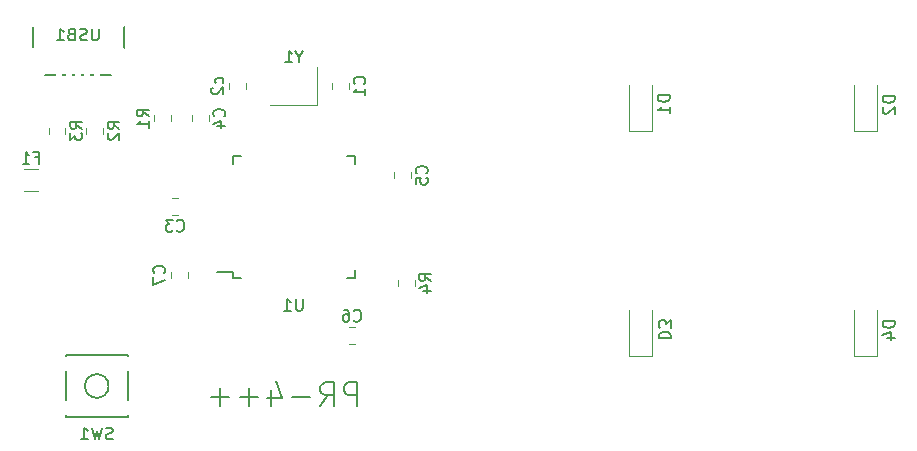
<source format=gbo>
G04 #@! TF.GenerationSoftware,KiCad,Pcbnew,(5.1.4-0)*
G04 #@! TF.CreationDate,2021-10-16T03:16:45+01:00*
G04 #@! TF.ProjectId,PR-4PP,50522d34-5050-42e6-9b69-6361645f7063,rev?*
G04 #@! TF.SameCoordinates,Original*
G04 #@! TF.FileFunction,Legend,Bot*
G04 #@! TF.FilePolarity,Positive*
%FSLAX46Y46*%
G04 Gerber Fmt 4.6, Leading zero omitted, Abs format (unit mm)*
G04 Created by KiCad (PCBNEW (5.1.4-0)) date 2021-10-16 03:16:45*
%MOMM*%
%LPD*%
G04 APERTURE LIST*
%ADD10C,0.150000*%
%ADD11C,0.120000*%
%ADD12C,1.852000*%
%ADD13R,2.007000X2.007000*%
%ADD14C,2.007000*%
%ADD15C,2.352000*%
%ADD16C,4.089800*%
%ADD17C,2.352000*%
%ADD18O,1.802000X2.802000*%
%ADD19R,0.602000X2.352000*%
%ADD20R,1.502000X1.302000*%
%ADD21R,0.652000X1.602000*%
%ADD22R,1.602000X0.652000*%
%ADD23R,1.902000X1.202000*%
%ADD24C,0.100000*%
%ADD25C,1.077000*%
%ADD26C,1.352000*%
%ADD27R,1.302000X1.002000*%
G04 APERTURE END LIST*
D10*
X53815476Y-95361011D02*
X53815476Y-93361011D01*
X53053571Y-93361011D01*
X52863095Y-93456250D01*
X52767857Y-93551488D01*
X52672619Y-93741964D01*
X52672619Y-94027678D01*
X52767857Y-94218154D01*
X52863095Y-94313392D01*
X53053571Y-94408630D01*
X53815476Y-94408630D01*
X50672619Y-95361011D02*
X51339285Y-94408630D01*
X51815476Y-95361011D02*
X51815476Y-93361011D01*
X51053571Y-93361011D01*
X50863095Y-93456250D01*
X50767857Y-93551488D01*
X50672619Y-93741964D01*
X50672619Y-94027678D01*
X50767857Y-94218154D01*
X50863095Y-94313392D01*
X51053571Y-94408630D01*
X51815476Y-94408630D01*
X49815476Y-94599107D02*
X48291666Y-94599107D01*
X46482142Y-94027678D02*
X46482142Y-95361011D01*
X46958333Y-93265773D02*
X47434523Y-94694345D01*
X46196428Y-94694345D01*
X45434523Y-94599107D02*
X43910714Y-94599107D01*
X44672619Y-95361011D02*
X44672619Y-93837202D01*
X42958333Y-94599107D02*
X41434523Y-94599107D01*
X42196428Y-95361011D02*
X42196428Y-93837202D01*
X26312500Y-61912500D02*
X26312500Y-67362500D01*
X34012500Y-61912500D02*
X34012500Y-67362500D01*
X26312500Y-67362500D02*
X34012500Y-67362500D01*
D11*
X50418750Y-69912500D02*
X46418750Y-69912500D01*
X50418750Y-66612500D02*
X50418750Y-69912500D01*
D10*
X43243750Y-83975000D02*
X41968750Y-83975000D01*
X53593750Y-84550000D02*
X52918750Y-84550000D01*
X53593750Y-74200000D02*
X52918750Y-74200000D01*
X43243750Y-74200000D02*
X43918750Y-74200000D01*
X43243750Y-84550000D02*
X43918750Y-84550000D01*
X43243750Y-74200000D02*
X43243750Y-74875000D01*
X53593750Y-74200000D02*
X53593750Y-74875000D01*
X53593750Y-84550000D02*
X53593750Y-83875000D01*
X43243750Y-84550000D02*
X43243750Y-83975000D01*
X34350000Y-91062500D02*
X29150000Y-91062500D01*
X29150000Y-91062500D02*
X29150000Y-96262500D01*
X29150000Y-96262500D02*
X34350000Y-96262500D01*
X34350000Y-96262500D02*
X34350000Y-91062500D01*
X32750000Y-93662500D02*
G75*
G03X32750000Y-93662500I-1000000J0D01*
G01*
D11*
X57233750Y-85189828D02*
X57233750Y-84672672D01*
X58653750Y-85189828D02*
X58653750Y-84672672D01*
X38048000Y-70734422D02*
X38048000Y-71251578D01*
X36628000Y-70734422D02*
X36628000Y-71251578D01*
X30849500Y-72299328D02*
X30849500Y-71782172D01*
X32269500Y-72299328D02*
X32269500Y-71782172D01*
X27674500Y-72299328D02*
X27674500Y-71782172D01*
X29094500Y-72299328D02*
X29094500Y-71782172D01*
X26795814Y-75290000D02*
X25591686Y-75290000D01*
X26795814Y-77110000D02*
X25591686Y-77110000D01*
X97837500Y-91150000D02*
X97837500Y-87250000D01*
X95837500Y-91150000D02*
X95837500Y-87250000D01*
X97837500Y-91150000D02*
X95837500Y-91150000D01*
X78787500Y-91150000D02*
X78787500Y-87250000D01*
X76787500Y-91150000D02*
X76787500Y-87250000D01*
X78787500Y-91150000D02*
X76787500Y-91150000D01*
X97837500Y-72100000D02*
X97837500Y-68200000D01*
X95837500Y-72100000D02*
X95837500Y-68200000D01*
X97837500Y-72100000D02*
X95837500Y-72100000D01*
X78787500Y-72037500D02*
X78787500Y-68137500D01*
X76787500Y-72037500D02*
X76787500Y-68137500D01*
X78787500Y-72037500D02*
X76787500Y-72037500D01*
X38095422Y-77776000D02*
X38612578Y-77776000D01*
X38095422Y-79196000D02*
X38612578Y-79196000D01*
X44366250Y-68003922D02*
X44366250Y-68521078D01*
X42946250Y-68003922D02*
X42946250Y-68521078D01*
X51677500Y-68521078D02*
X51677500Y-68003922D01*
X53097500Y-68521078D02*
X53097500Y-68003922D01*
X39445000Y-83990922D02*
X39445000Y-84508078D01*
X38025000Y-83990922D02*
X38025000Y-84508078D01*
X53598578Y-90118000D02*
X53081422Y-90118000D01*
X53598578Y-88698000D02*
X53081422Y-88698000D01*
X56948000Y-76077578D02*
X56948000Y-75560422D01*
X58368000Y-76077578D02*
X58368000Y-75560422D01*
X39803000Y-71251578D02*
X39803000Y-70734422D01*
X41223000Y-71251578D02*
X41223000Y-70734422D01*
D10*
X31900595Y-63396880D02*
X31900595Y-64206404D01*
X31852976Y-64301642D01*
X31805357Y-64349261D01*
X31710119Y-64396880D01*
X31519642Y-64396880D01*
X31424404Y-64349261D01*
X31376785Y-64301642D01*
X31329166Y-64206404D01*
X31329166Y-63396880D01*
X30900595Y-64349261D02*
X30757738Y-64396880D01*
X30519642Y-64396880D01*
X30424404Y-64349261D01*
X30376785Y-64301642D01*
X30329166Y-64206404D01*
X30329166Y-64111166D01*
X30376785Y-64015928D01*
X30424404Y-63968309D01*
X30519642Y-63920690D01*
X30710119Y-63873071D01*
X30805357Y-63825452D01*
X30852976Y-63777833D01*
X30900595Y-63682595D01*
X30900595Y-63587357D01*
X30852976Y-63492119D01*
X30805357Y-63444500D01*
X30710119Y-63396880D01*
X30472023Y-63396880D01*
X30329166Y-63444500D01*
X29567261Y-63873071D02*
X29424404Y-63920690D01*
X29376785Y-63968309D01*
X29329166Y-64063547D01*
X29329166Y-64206404D01*
X29376785Y-64301642D01*
X29424404Y-64349261D01*
X29519642Y-64396880D01*
X29900595Y-64396880D01*
X29900595Y-63396880D01*
X29567261Y-63396880D01*
X29472023Y-63444500D01*
X29424404Y-63492119D01*
X29376785Y-63587357D01*
X29376785Y-63682595D01*
X29424404Y-63777833D01*
X29472023Y-63825452D01*
X29567261Y-63873071D01*
X29900595Y-63873071D01*
X28376785Y-64396880D02*
X28948214Y-64396880D01*
X28662499Y-64396880D02*
X28662499Y-63396880D01*
X28757738Y-63539738D01*
X28852976Y-63634976D01*
X28948214Y-63682595D01*
X48894940Y-65788690D02*
X48894940Y-66264880D01*
X49228273Y-65264880D02*
X48894940Y-65788690D01*
X48561607Y-65264880D01*
X47704464Y-66264880D02*
X48275892Y-66264880D01*
X47990178Y-66264880D02*
X47990178Y-65264880D01*
X48085416Y-65407738D01*
X48180654Y-65502976D01*
X48275892Y-65550595D01*
X49180654Y-86277380D02*
X49180654Y-87086904D01*
X49133035Y-87182142D01*
X49085416Y-87229761D01*
X48990178Y-87277380D01*
X48799702Y-87277380D01*
X48704464Y-87229761D01*
X48656845Y-87182142D01*
X48609226Y-87086904D01*
X48609226Y-86277380D01*
X47609226Y-87277380D02*
X48180654Y-87277380D01*
X47894940Y-87277380D02*
X47894940Y-86277380D01*
X47990178Y-86420238D01*
X48085416Y-86515476D01*
X48180654Y-86563095D01*
X33083333Y-98131261D02*
X32940476Y-98178880D01*
X32702380Y-98178880D01*
X32607142Y-98131261D01*
X32559523Y-98083642D01*
X32511904Y-97988404D01*
X32511904Y-97893166D01*
X32559523Y-97797928D01*
X32607142Y-97750309D01*
X32702380Y-97702690D01*
X32892857Y-97655071D01*
X32988095Y-97607452D01*
X33035714Y-97559833D01*
X33083333Y-97464595D01*
X33083333Y-97369357D01*
X33035714Y-97274119D01*
X32988095Y-97226500D01*
X32892857Y-97178880D01*
X32654761Y-97178880D01*
X32511904Y-97226500D01*
X32178571Y-97178880D02*
X31940476Y-98178880D01*
X31750000Y-97464595D01*
X31559523Y-98178880D01*
X31321428Y-97178880D01*
X30416666Y-98178880D02*
X30988095Y-98178880D01*
X30702380Y-98178880D02*
X30702380Y-97178880D01*
X30797619Y-97321738D01*
X30892857Y-97416976D01*
X30988095Y-97464595D01*
X60046130Y-84764583D02*
X59569940Y-84431250D01*
X60046130Y-84193154D02*
X59046130Y-84193154D01*
X59046130Y-84574107D01*
X59093750Y-84669345D01*
X59141369Y-84716964D01*
X59236607Y-84764583D01*
X59379464Y-84764583D01*
X59474702Y-84716964D01*
X59522321Y-84669345D01*
X59569940Y-84574107D01*
X59569940Y-84193154D01*
X59379464Y-85621726D02*
X60046130Y-85621726D01*
X58998511Y-85383630D02*
X59712797Y-85145535D01*
X59712797Y-85764583D01*
X36140380Y-70826333D02*
X35664190Y-70493000D01*
X36140380Y-70254904D02*
X35140380Y-70254904D01*
X35140380Y-70635857D01*
X35188000Y-70731095D01*
X35235619Y-70778714D01*
X35330857Y-70826333D01*
X35473714Y-70826333D01*
X35568952Y-70778714D01*
X35616571Y-70731095D01*
X35664190Y-70635857D01*
X35664190Y-70254904D01*
X36140380Y-71778714D02*
X36140380Y-71207285D01*
X36140380Y-71493000D02*
X35140380Y-71493000D01*
X35283238Y-71397761D01*
X35378476Y-71302523D01*
X35426095Y-71207285D01*
X33661880Y-71874083D02*
X33185690Y-71540750D01*
X33661880Y-71302654D02*
X32661880Y-71302654D01*
X32661880Y-71683607D01*
X32709500Y-71778845D01*
X32757119Y-71826464D01*
X32852357Y-71874083D01*
X32995214Y-71874083D01*
X33090452Y-71826464D01*
X33138071Y-71778845D01*
X33185690Y-71683607D01*
X33185690Y-71302654D01*
X32757119Y-72255035D02*
X32709500Y-72302654D01*
X32661880Y-72397892D01*
X32661880Y-72635988D01*
X32709500Y-72731226D01*
X32757119Y-72778845D01*
X32852357Y-72826464D01*
X32947595Y-72826464D01*
X33090452Y-72778845D01*
X33661880Y-72207416D01*
X33661880Y-72826464D01*
X30486880Y-71874083D02*
X30010690Y-71540750D01*
X30486880Y-71302654D02*
X29486880Y-71302654D01*
X29486880Y-71683607D01*
X29534500Y-71778845D01*
X29582119Y-71826464D01*
X29677357Y-71874083D01*
X29820214Y-71874083D01*
X29915452Y-71826464D01*
X29963071Y-71778845D01*
X30010690Y-71683607D01*
X30010690Y-71302654D01*
X29486880Y-72207416D02*
X29486880Y-72826464D01*
X29867833Y-72493130D01*
X29867833Y-72635988D01*
X29915452Y-72731226D01*
X29963071Y-72778845D01*
X30058309Y-72826464D01*
X30296404Y-72826464D01*
X30391642Y-72778845D01*
X30439261Y-72731226D01*
X30486880Y-72635988D01*
X30486880Y-72350273D01*
X30439261Y-72255035D01*
X30391642Y-72207416D01*
X26527083Y-74308571D02*
X26860416Y-74308571D01*
X26860416Y-74832380D02*
X26860416Y-73832380D01*
X26384226Y-73832380D01*
X25479464Y-74832380D02*
X26050892Y-74832380D01*
X25765178Y-74832380D02*
X25765178Y-73832380D01*
X25860416Y-73975238D01*
X25955654Y-74070476D01*
X26050892Y-74118095D01*
X99289880Y-88161904D02*
X98289880Y-88161904D01*
X98289880Y-88400000D01*
X98337500Y-88542857D01*
X98432738Y-88638095D01*
X98527976Y-88685714D01*
X98718452Y-88733333D01*
X98861309Y-88733333D01*
X99051785Y-88685714D01*
X99147023Y-88638095D01*
X99242261Y-88542857D01*
X99289880Y-88400000D01*
X99289880Y-88161904D01*
X98623214Y-89590476D02*
X99289880Y-89590476D01*
X98242261Y-89352380D02*
X98956547Y-89114285D01*
X98956547Y-89733333D01*
X79335119Y-89638095D02*
X80335119Y-89638095D01*
X80335119Y-89400000D01*
X80287500Y-89257142D01*
X80192261Y-89161904D01*
X80097023Y-89114285D01*
X79906547Y-89066666D01*
X79763690Y-89066666D01*
X79573214Y-89114285D01*
X79477976Y-89161904D01*
X79382738Y-89257142D01*
X79335119Y-89400000D01*
X79335119Y-89638095D01*
X80335119Y-88733333D02*
X80335119Y-88114285D01*
X79954166Y-88447619D01*
X79954166Y-88304761D01*
X79906547Y-88209523D01*
X79858928Y-88161904D01*
X79763690Y-88114285D01*
X79525595Y-88114285D01*
X79430357Y-88161904D01*
X79382738Y-88209523D01*
X79335119Y-88304761D01*
X79335119Y-88590476D01*
X79382738Y-88685714D01*
X79430357Y-88733333D01*
X99289880Y-69111904D02*
X98289880Y-69111904D01*
X98289880Y-69350000D01*
X98337500Y-69492857D01*
X98432738Y-69588095D01*
X98527976Y-69635714D01*
X98718452Y-69683333D01*
X98861309Y-69683333D01*
X99051785Y-69635714D01*
X99147023Y-69588095D01*
X99242261Y-69492857D01*
X99289880Y-69350000D01*
X99289880Y-69111904D01*
X98385119Y-70064285D02*
X98337500Y-70111904D01*
X98289880Y-70207142D01*
X98289880Y-70445238D01*
X98337500Y-70540476D01*
X98385119Y-70588095D01*
X98480357Y-70635714D01*
X98575595Y-70635714D01*
X98718452Y-70588095D01*
X99289880Y-70016666D01*
X99289880Y-70635714D01*
X80239880Y-69049404D02*
X79239880Y-69049404D01*
X79239880Y-69287500D01*
X79287500Y-69430357D01*
X79382738Y-69525595D01*
X79477976Y-69573214D01*
X79668452Y-69620833D01*
X79811309Y-69620833D01*
X80001785Y-69573214D01*
X80097023Y-69525595D01*
X80192261Y-69430357D01*
X80239880Y-69287500D01*
X80239880Y-69049404D01*
X80239880Y-70573214D02*
X80239880Y-70001785D01*
X80239880Y-70287500D02*
X79239880Y-70287500D01*
X79382738Y-70192261D01*
X79477976Y-70097023D01*
X79525595Y-70001785D01*
X38520666Y-80493142D02*
X38568285Y-80540761D01*
X38711142Y-80588380D01*
X38806380Y-80588380D01*
X38949238Y-80540761D01*
X39044476Y-80445523D01*
X39092095Y-80350285D01*
X39139714Y-80159809D01*
X39139714Y-80016952D01*
X39092095Y-79826476D01*
X39044476Y-79731238D01*
X38949238Y-79636000D01*
X38806380Y-79588380D01*
X38711142Y-79588380D01*
X38568285Y-79636000D01*
X38520666Y-79683619D01*
X38187333Y-79588380D02*
X37568285Y-79588380D01*
X37901619Y-79969333D01*
X37758761Y-79969333D01*
X37663523Y-80016952D01*
X37615904Y-80064571D01*
X37568285Y-80159809D01*
X37568285Y-80397904D01*
X37615904Y-80493142D01*
X37663523Y-80540761D01*
X37758761Y-80588380D01*
X38044476Y-80588380D01*
X38139714Y-80540761D01*
X38187333Y-80493142D01*
X42411011Y-68024404D02*
X42458630Y-67929166D01*
X42458630Y-67738690D01*
X42411011Y-67643452D01*
X42363392Y-67595833D01*
X42268154Y-67548214D01*
X41982440Y-67548214D01*
X41887202Y-67595833D01*
X41839583Y-67643452D01*
X41791964Y-67738690D01*
X41791964Y-67929166D01*
X41839583Y-68024404D01*
X41553869Y-68405357D02*
X41506250Y-68452976D01*
X41458630Y-68548214D01*
X41458630Y-68786309D01*
X41506250Y-68881547D01*
X41553869Y-68929166D01*
X41649107Y-68976785D01*
X41744345Y-68976785D01*
X41887202Y-68929166D01*
X42458630Y-68357738D01*
X42458630Y-68976785D01*
X54394642Y-68095833D02*
X54442261Y-68048214D01*
X54489880Y-67905357D01*
X54489880Y-67810119D01*
X54442261Y-67667261D01*
X54347023Y-67572023D01*
X54251785Y-67524404D01*
X54061309Y-67476785D01*
X53918452Y-67476785D01*
X53727976Y-67524404D01*
X53632738Y-67572023D01*
X53537500Y-67667261D01*
X53489880Y-67810119D01*
X53489880Y-67905357D01*
X53537500Y-68048214D01*
X53585119Y-68095833D01*
X54489880Y-69048214D02*
X54489880Y-68476785D01*
X54489880Y-68762500D02*
X53489880Y-68762500D01*
X53632738Y-68667261D01*
X53727976Y-68572023D01*
X53775595Y-68476785D01*
X37442142Y-84082833D02*
X37489761Y-84035214D01*
X37537380Y-83892357D01*
X37537380Y-83797119D01*
X37489761Y-83654261D01*
X37394523Y-83559023D01*
X37299285Y-83511404D01*
X37108809Y-83463785D01*
X36965952Y-83463785D01*
X36775476Y-83511404D01*
X36680238Y-83559023D01*
X36585000Y-83654261D01*
X36537380Y-83797119D01*
X36537380Y-83892357D01*
X36585000Y-84035214D01*
X36632619Y-84082833D01*
X36537380Y-84416166D02*
X36537380Y-85082833D01*
X37537380Y-84654261D01*
X53506666Y-88115142D02*
X53554285Y-88162761D01*
X53697142Y-88210380D01*
X53792380Y-88210380D01*
X53935238Y-88162761D01*
X54030476Y-88067523D01*
X54078095Y-87972285D01*
X54125714Y-87781809D01*
X54125714Y-87638952D01*
X54078095Y-87448476D01*
X54030476Y-87353238D01*
X53935238Y-87258000D01*
X53792380Y-87210380D01*
X53697142Y-87210380D01*
X53554285Y-87258000D01*
X53506666Y-87305619D01*
X52649523Y-87210380D02*
X52840000Y-87210380D01*
X52935238Y-87258000D01*
X52982857Y-87305619D01*
X53078095Y-87448476D01*
X53125714Y-87638952D01*
X53125714Y-88019904D01*
X53078095Y-88115142D01*
X53030476Y-88162761D01*
X52935238Y-88210380D01*
X52744761Y-88210380D01*
X52649523Y-88162761D01*
X52601904Y-88115142D01*
X52554285Y-88019904D01*
X52554285Y-87781809D01*
X52601904Y-87686571D01*
X52649523Y-87638952D01*
X52744761Y-87591333D01*
X52935238Y-87591333D01*
X53030476Y-87638952D01*
X53078095Y-87686571D01*
X53125714Y-87781809D01*
X59665142Y-75652333D02*
X59712761Y-75604714D01*
X59760380Y-75461857D01*
X59760380Y-75366619D01*
X59712761Y-75223761D01*
X59617523Y-75128523D01*
X59522285Y-75080904D01*
X59331809Y-75033285D01*
X59188952Y-75033285D01*
X58998476Y-75080904D01*
X58903238Y-75128523D01*
X58808000Y-75223761D01*
X58760380Y-75366619D01*
X58760380Y-75461857D01*
X58808000Y-75604714D01*
X58855619Y-75652333D01*
X58760380Y-76557095D02*
X58760380Y-76080904D01*
X59236571Y-76033285D01*
X59188952Y-76080904D01*
X59141333Y-76176142D01*
X59141333Y-76414238D01*
X59188952Y-76509476D01*
X59236571Y-76557095D01*
X59331809Y-76604714D01*
X59569904Y-76604714D01*
X59665142Y-76557095D01*
X59712761Y-76509476D01*
X59760380Y-76414238D01*
X59760380Y-76176142D01*
X59712761Y-76080904D01*
X59665142Y-76033285D01*
X42520142Y-70826333D02*
X42567761Y-70778714D01*
X42615380Y-70635857D01*
X42615380Y-70540619D01*
X42567761Y-70397761D01*
X42472523Y-70302523D01*
X42377285Y-70254904D01*
X42186809Y-70207285D01*
X42043952Y-70207285D01*
X41853476Y-70254904D01*
X41758238Y-70302523D01*
X41663000Y-70397761D01*
X41615380Y-70540619D01*
X41615380Y-70635857D01*
X41663000Y-70778714D01*
X41710619Y-70826333D01*
X41948714Y-71683476D02*
X42615380Y-71683476D01*
X41567761Y-71445380D02*
X42282047Y-71207285D01*
X42282047Y-71826333D01*
%LPC*%
D12*
X74930000Y-88900000D03*
X64770000Y-88900000D03*
D13*
X71120000Y-93980000D03*
D14*
X68580000Y-93980000D03*
D15*
X67350000Y-84900000D03*
D16*
X69850000Y-88900000D03*
D15*
X66695001Y-85630000D03*
D17*
X66040000Y-86360000D02*
X67350002Y-84900000D01*
D15*
X72390000Y-83820000D03*
X72370000Y-84110000D03*
D17*
X72350000Y-84400000D02*
X72390000Y-83820000D01*
D12*
X93980000Y-69850000D03*
X83820000Y-69850000D03*
D13*
X90170000Y-74930000D03*
D14*
X87630000Y-74930000D03*
D15*
X86400000Y-65850000D03*
D16*
X88900000Y-69850000D03*
D15*
X85745001Y-66580000D03*
D17*
X85090000Y-67310000D02*
X86400002Y-65850000D01*
D15*
X91440000Y-64770000D03*
X91420000Y-65060000D03*
D17*
X91400000Y-65350000D02*
X91440000Y-64770000D01*
D12*
X74930000Y-69850000D03*
X64770000Y-69850000D03*
D13*
X71120000Y-74930000D03*
D14*
X68580000Y-74930000D03*
D15*
X67350000Y-65850000D03*
D16*
X69850000Y-69850000D03*
D15*
X66695001Y-66580000D03*
D17*
X66040000Y-67310000D02*
X67350002Y-65850000D01*
D15*
X72390000Y-64770000D03*
X72370000Y-65060000D03*
D17*
X72350000Y-65350000D02*
X72390000Y-64770000D01*
D18*
X26512500Y-61912500D03*
X33812500Y-61912500D03*
X33812500Y-66412500D03*
X26512500Y-66412500D03*
D19*
X28562500Y-66412500D03*
X29362500Y-66412500D03*
X30162500Y-66412500D03*
X30962500Y-66412500D03*
X31762500Y-66412500D03*
D20*
X49518750Y-67412500D03*
X47318750Y-67412500D03*
X47318750Y-69112500D03*
X49518750Y-69112500D03*
D21*
X44418750Y-85075000D03*
X45218750Y-85075000D03*
X46018750Y-85075000D03*
X46818750Y-85075000D03*
X47618750Y-85075000D03*
X48418750Y-85075000D03*
X49218750Y-85075000D03*
X50018750Y-85075000D03*
X50818750Y-85075000D03*
X51618750Y-85075000D03*
X52418750Y-85075000D03*
D22*
X54118750Y-83375000D03*
X54118750Y-82575000D03*
X54118750Y-81775000D03*
X54118750Y-80975000D03*
X54118750Y-80175000D03*
X54118750Y-79375000D03*
X54118750Y-78575000D03*
X54118750Y-77775000D03*
X54118750Y-76975000D03*
X54118750Y-76175000D03*
X54118750Y-75375000D03*
D21*
X52418750Y-73675000D03*
X51618750Y-73675000D03*
X50818750Y-73675000D03*
X50018750Y-73675000D03*
X49218750Y-73675000D03*
X48418750Y-73675000D03*
X47618750Y-73675000D03*
X46818750Y-73675000D03*
X46018750Y-73675000D03*
X45218750Y-73675000D03*
X44418750Y-73675000D03*
D22*
X42718750Y-75375000D03*
X42718750Y-76175000D03*
X42718750Y-76975000D03*
X42718750Y-77775000D03*
X42718750Y-78575000D03*
X42718750Y-79375000D03*
X42718750Y-80175000D03*
X42718750Y-80975000D03*
X42718750Y-81775000D03*
X42718750Y-82575000D03*
X42718750Y-83375000D03*
D23*
X34850000Y-95512500D03*
X28650000Y-91812500D03*
X34850000Y-91812500D03*
X28650000Y-95512500D03*
D24*
G36*
X58451891Y-83456547D02*
G01*
X58478028Y-83460424D01*
X58503659Y-83466844D01*
X58528538Y-83475745D01*
X58552424Y-83487043D01*
X58575087Y-83500627D01*
X58596310Y-83516367D01*
X58615889Y-83534111D01*
X58633633Y-83553690D01*
X58649373Y-83574913D01*
X58662957Y-83597576D01*
X58674255Y-83621462D01*
X58683156Y-83646341D01*
X58689576Y-83671972D01*
X58693453Y-83698109D01*
X58694750Y-83724500D01*
X58694750Y-84263000D01*
X58693453Y-84289391D01*
X58689576Y-84315528D01*
X58683156Y-84341159D01*
X58674255Y-84366038D01*
X58662957Y-84389924D01*
X58649373Y-84412587D01*
X58633633Y-84433810D01*
X58615889Y-84453389D01*
X58596310Y-84471133D01*
X58575087Y-84486873D01*
X58552424Y-84500457D01*
X58528538Y-84511755D01*
X58503659Y-84520656D01*
X58478028Y-84527076D01*
X58451891Y-84530953D01*
X58425500Y-84532250D01*
X57462000Y-84532250D01*
X57435609Y-84530953D01*
X57409472Y-84527076D01*
X57383841Y-84520656D01*
X57358962Y-84511755D01*
X57335076Y-84500457D01*
X57312413Y-84486873D01*
X57291190Y-84471133D01*
X57271611Y-84453389D01*
X57253867Y-84433810D01*
X57238127Y-84412587D01*
X57224543Y-84389924D01*
X57213245Y-84366038D01*
X57204344Y-84341159D01*
X57197924Y-84315528D01*
X57194047Y-84289391D01*
X57192750Y-84263000D01*
X57192750Y-83724500D01*
X57194047Y-83698109D01*
X57197924Y-83671972D01*
X57204344Y-83646341D01*
X57213245Y-83621462D01*
X57224543Y-83597576D01*
X57238127Y-83574913D01*
X57253867Y-83553690D01*
X57271611Y-83534111D01*
X57291190Y-83516367D01*
X57312413Y-83500627D01*
X57335076Y-83487043D01*
X57358962Y-83475745D01*
X57383841Y-83466844D01*
X57409472Y-83460424D01*
X57435609Y-83456547D01*
X57462000Y-83455250D01*
X58425500Y-83455250D01*
X58451891Y-83456547D01*
X58451891Y-83456547D01*
G37*
D25*
X57943750Y-83993750D03*
D24*
G36*
X58451891Y-85331547D02*
G01*
X58478028Y-85335424D01*
X58503659Y-85341844D01*
X58528538Y-85350745D01*
X58552424Y-85362043D01*
X58575087Y-85375627D01*
X58596310Y-85391367D01*
X58615889Y-85409111D01*
X58633633Y-85428690D01*
X58649373Y-85449913D01*
X58662957Y-85472576D01*
X58674255Y-85496462D01*
X58683156Y-85521341D01*
X58689576Y-85546972D01*
X58693453Y-85573109D01*
X58694750Y-85599500D01*
X58694750Y-86138000D01*
X58693453Y-86164391D01*
X58689576Y-86190528D01*
X58683156Y-86216159D01*
X58674255Y-86241038D01*
X58662957Y-86264924D01*
X58649373Y-86287587D01*
X58633633Y-86308810D01*
X58615889Y-86328389D01*
X58596310Y-86346133D01*
X58575087Y-86361873D01*
X58552424Y-86375457D01*
X58528538Y-86386755D01*
X58503659Y-86395656D01*
X58478028Y-86402076D01*
X58451891Y-86405953D01*
X58425500Y-86407250D01*
X57462000Y-86407250D01*
X57435609Y-86405953D01*
X57409472Y-86402076D01*
X57383841Y-86395656D01*
X57358962Y-86386755D01*
X57335076Y-86375457D01*
X57312413Y-86361873D01*
X57291190Y-86346133D01*
X57271611Y-86328389D01*
X57253867Y-86308810D01*
X57238127Y-86287587D01*
X57224543Y-86264924D01*
X57213245Y-86241038D01*
X57204344Y-86216159D01*
X57197924Y-86190528D01*
X57194047Y-86164391D01*
X57192750Y-86138000D01*
X57192750Y-85599500D01*
X57194047Y-85573109D01*
X57197924Y-85546972D01*
X57204344Y-85521341D01*
X57213245Y-85496462D01*
X57224543Y-85472576D01*
X57238127Y-85449913D01*
X57253867Y-85428690D01*
X57271611Y-85409111D01*
X57291190Y-85391367D01*
X57312413Y-85375627D01*
X57335076Y-85362043D01*
X57358962Y-85350745D01*
X57383841Y-85341844D01*
X57409472Y-85335424D01*
X57435609Y-85331547D01*
X57462000Y-85330250D01*
X58425500Y-85330250D01*
X58451891Y-85331547D01*
X58451891Y-85331547D01*
G37*
D25*
X57943750Y-85868750D03*
D24*
G36*
X37846141Y-71393297D02*
G01*
X37872278Y-71397174D01*
X37897909Y-71403594D01*
X37922788Y-71412495D01*
X37946674Y-71423793D01*
X37969337Y-71437377D01*
X37990560Y-71453117D01*
X38010139Y-71470861D01*
X38027883Y-71490440D01*
X38043623Y-71511663D01*
X38057207Y-71534326D01*
X38068505Y-71558212D01*
X38077406Y-71583091D01*
X38083826Y-71608722D01*
X38087703Y-71634859D01*
X38089000Y-71661250D01*
X38089000Y-72199750D01*
X38087703Y-72226141D01*
X38083826Y-72252278D01*
X38077406Y-72277909D01*
X38068505Y-72302788D01*
X38057207Y-72326674D01*
X38043623Y-72349337D01*
X38027883Y-72370560D01*
X38010139Y-72390139D01*
X37990560Y-72407883D01*
X37969337Y-72423623D01*
X37946674Y-72437207D01*
X37922788Y-72448505D01*
X37897909Y-72457406D01*
X37872278Y-72463826D01*
X37846141Y-72467703D01*
X37819750Y-72469000D01*
X36856250Y-72469000D01*
X36829859Y-72467703D01*
X36803722Y-72463826D01*
X36778091Y-72457406D01*
X36753212Y-72448505D01*
X36729326Y-72437207D01*
X36706663Y-72423623D01*
X36685440Y-72407883D01*
X36665861Y-72390139D01*
X36648117Y-72370560D01*
X36632377Y-72349337D01*
X36618793Y-72326674D01*
X36607495Y-72302788D01*
X36598594Y-72277909D01*
X36592174Y-72252278D01*
X36588297Y-72226141D01*
X36587000Y-72199750D01*
X36587000Y-71661250D01*
X36588297Y-71634859D01*
X36592174Y-71608722D01*
X36598594Y-71583091D01*
X36607495Y-71558212D01*
X36618793Y-71534326D01*
X36632377Y-71511663D01*
X36648117Y-71490440D01*
X36665861Y-71470861D01*
X36685440Y-71453117D01*
X36706663Y-71437377D01*
X36729326Y-71423793D01*
X36753212Y-71412495D01*
X36778091Y-71403594D01*
X36803722Y-71397174D01*
X36829859Y-71393297D01*
X36856250Y-71392000D01*
X37819750Y-71392000D01*
X37846141Y-71393297D01*
X37846141Y-71393297D01*
G37*
D25*
X37338000Y-71930500D03*
D24*
G36*
X37846141Y-69518297D02*
G01*
X37872278Y-69522174D01*
X37897909Y-69528594D01*
X37922788Y-69537495D01*
X37946674Y-69548793D01*
X37969337Y-69562377D01*
X37990560Y-69578117D01*
X38010139Y-69595861D01*
X38027883Y-69615440D01*
X38043623Y-69636663D01*
X38057207Y-69659326D01*
X38068505Y-69683212D01*
X38077406Y-69708091D01*
X38083826Y-69733722D01*
X38087703Y-69759859D01*
X38089000Y-69786250D01*
X38089000Y-70324750D01*
X38087703Y-70351141D01*
X38083826Y-70377278D01*
X38077406Y-70402909D01*
X38068505Y-70427788D01*
X38057207Y-70451674D01*
X38043623Y-70474337D01*
X38027883Y-70495560D01*
X38010139Y-70515139D01*
X37990560Y-70532883D01*
X37969337Y-70548623D01*
X37946674Y-70562207D01*
X37922788Y-70573505D01*
X37897909Y-70582406D01*
X37872278Y-70588826D01*
X37846141Y-70592703D01*
X37819750Y-70594000D01*
X36856250Y-70594000D01*
X36829859Y-70592703D01*
X36803722Y-70588826D01*
X36778091Y-70582406D01*
X36753212Y-70573505D01*
X36729326Y-70562207D01*
X36706663Y-70548623D01*
X36685440Y-70532883D01*
X36665861Y-70515139D01*
X36648117Y-70495560D01*
X36632377Y-70474337D01*
X36618793Y-70451674D01*
X36607495Y-70427788D01*
X36598594Y-70402909D01*
X36592174Y-70377278D01*
X36588297Y-70351141D01*
X36587000Y-70324750D01*
X36587000Y-69786250D01*
X36588297Y-69759859D01*
X36592174Y-69733722D01*
X36598594Y-69708091D01*
X36607495Y-69683212D01*
X36618793Y-69659326D01*
X36632377Y-69636663D01*
X36648117Y-69615440D01*
X36665861Y-69595861D01*
X36685440Y-69578117D01*
X36706663Y-69562377D01*
X36729326Y-69548793D01*
X36753212Y-69537495D01*
X36778091Y-69528594D01*
X36803722Y-69522174D01*
X36829859Y-69518297D01*
X36856250Y-69517000D01*
X37819750Y-69517000D01*
X37846141Y-69518297D01*
X37846141Y-69518297D01*
G37*
D25*
X37338000Y-70055500D03*
D24*
G36*
X32067641Y-70566047D02*
G01*
X32093778Y-70569924D01*
X32119409Y-70576344D01*
X32144288Y-70585245D01*
X32168174Y-70596543D01*
X32190837Y-70610127D01*
X32212060Y-70625867D01*
X32231639Y-70643611D01*
X32249383Y-70663190D01*
X32265123Y-70684413D01*
X32278707Y-70707076D01*
X32290005Y-70730962D01*
X32298906Y-70755841D01*
X32305326Y-70781472D01*
X32309203Y-70807609D01*
X32310500Y-70834000D01*
X32310500Y-71372500D01*
X32309203Y-71398891D01*
X32305326Y-71425028D01*
X32298906Y-71450659D01*
X32290005Y-71475538D01*
X32278707Y-71499424D01*
X32265123Y-71522087D01*
X32249383Y-71543310D01*
X32231639Y-71562889D01*
X32212060Y-71580633D01*
X32190837Y-71596373D01*
X32168174Y-71609957D01*
X32144288Y-71621255D01*
X32119409Y-71630156D01*
X32093778Y-71636576D01*
X32067641Y-71640453D01*
X32041250Y-71641750D01*
X31077750Y-71641750D01*
X31051359Y-71640453D01*
X31025222Y-71636576D01*
X30999591Y-71630156D01*
X30974712Y-71621255D01*
X30950826Y-71609957D01*
X30928163Y-71596373D01*
X30906940Y-71580633D01*
X30887361Y-71562889D01*
X30869617Y-71543310D01*
X30853877Y-71522087D01*
X30840293Y-71499424D01*
X30828995Y-71475538D01*
X30820094Y-71450659D01*
X30813674Y-71425028D01*
X30809797Y-71398891D01*
X30808500Y-71372500D01*
X30808500Y-70834000D01*
X30809797Y-70807609D01*
X30813674Y-70781472D01*
X30820094Y-70755841D01*
X30828995Y-70730962D01*
X30840293Y-70707076D01*
X30853877Y-70684413D01*
X30869617Y-70663190D01*
X30887361Y-70643611D01*
X30906940Y-70625867D01*
X30928163Y-70610127D01*
X30950826Y-70596543D01*
X30974712Y-70585245D01*
X30999591Y-70576344D01*
X31025222Y-70569924D01*
X31051359Y-70566047D01*
X31077750Y-70564750D01*
X32041250Y-70564750D01*
X32067641Y-70566047D01*
X32067641Y-70566047D01*
G37*
D25*
X31559500Y-71103250D03*
D24*
G36*
X32067641Y-72441047D02*
G01*
X32093778Y-72444924D01*
X32119409Y-72451344D01*
X32144288Y-72460245D01*
X32168174Y-72471543D01*
X32190837Y-72485127D01*
X32212060Y-72500867D01*
X32231639Y-72518611D01*
X32249383Y-72538190D01*
X32265123Y-72559413D01*
X32278707Y-72582076D01*
X32290005Y-72605962D01*
X32298906Y-72630841D01*
X32305326Y-72656472D01*
X32309203Y-72682609D01*
X32310500Y-72709000D01*
X32310500Y-73247500D01*
X32309203Y-73273891D01*
X32305326Y-73300028D01*
X32298906Y-73325659D01*
X32290005Y-73350538D01*
X32278707Y-73374424D01*
X32265123Y-73397087D01*
X32249383Y-73418310D01*
X32231639Y-73437889D01*
X32212060Y-73455633D01*
X32190837Y-73471373D01*
X32168174Y-73484957D01*
X32144288Y-73496255D01*
X32119409Y-73505156D01*
X32093778Y-73511576D01*
X32067641Y-73515453D01*
X32041250Y-73516750D01*
X31077750Y-73516750D01*
X31051359Y-73515453D01*
X31025222Y-73511576D01*
X30999591Y-73505156D01*
X30974712Y-73496255D01*
X30950826Y-73484957D01*
X30928163Y-73471373D01*
X30906940Y-73455633D01*
X30887361Y-73437889D01*
X30869617Y-73418310D01*
X30853877Y-73397087D01*
X30840293Y-73374424D01*
X30828995Y-73350538D01*
X30820094Y-73325659D01*
X30813674Y-73300028D01*
X30809797Y-73273891D01*
X30808500Y-73247500D01*
X30808500Y-72709000D01*
X30809797Y-72682609D01*
X30813674Y-72656472D01*
X30820094Y-72630841D01*
X30828995Y-72605962D01*
X30840293Y-72582076D01*
X30853877Y-72559413D01*
X30869617Y-72538190D01*
X30887361Y-72518611D01*
X30906940Y-72500867D01*
X30928163Y-72485127D01*
X30950826Y-72471543D01*
X30974712Y-72460245D01*
X30999591Y-72451344D01*
X31025222Y-72444924D01*
X31051359Y-72441047D01*
X31077750Y-72439750D01*
X32041250Y-72439750D01*
X32067641Y-72441047D01*
X32067641Y-72441047D01*
G37*
D25*
X31559500Y-72978250D03*
D24*
G36*
X28892641Y-70566047D02*
G01*
X28918778Y-70569924D01*
X28944409Y-70576344D01*
X28969288Y-70585245D01*
X28993174Y-70596543D01*
X29015837Y-70610127D01*
X29037060Y-70625867D01*
X29056639Y-70643611D01*
X29074383Y-70663190D01*
X29090123Y-70684413D01*
X29103707Y-70707076D01*
X29115005Y-70730962D01*
X29123906Y-70755841D01*
X29130326Y-70781472D01*
X29134203Y-70807609D01*
X29135500Y-70834000D01*
X29135500Y-71372500D01*
X29134203Y-71398891D01*
X29130326Y-71425028D01*
X29123906Y-71450659D01*
X29115005Y-71475538D01*
X29103707Y-71499424D01*
X29090123Y-71522087D01*
X29074383Y-71543310D01*
X29056639Y-71562889D01*
X29037060Y-71580633D01*
X29015837Y-71596373D01*
X28993174Y-71609957D01*
X28969288Y-71621255D01*
X28944409Y-71630156D01*
X28918778Y-71636576D01*
X28892641Y-71640453D01*
X28866250Y-71641750D01*
X27902750Y-71641750D01*
X27876359Y-71640453D01*
X27850222Y-71636576D01*
X27824591Y-71630156D01*
X27799712Y-71621255D01*
X27775826Y-71609957D01*
X27753163Y-71596373D01*
X27731940Y-71580633D01*
X27712361Y-71562889D01*
X27694617Y-71543310D01*
X27678877Y-71522087D01*
X27665293Y-71499424D01*
X27653995Y-71475538D01*
X27645094Y-71450659D01*
X27638674Y-71425028D01*
X27634797Y-71398891D01*
X27633500Y-71372500D01*
X27633500Y-70834000D01*
X27634797Y-70807609D01*
X27638674Y-70781472D01*
X27645094Y-70755841D01*
X27653995Y-70730962D01*
X27665293Y-70707076D01*
X27678877Y-70684413D01*
X27694617Y-70663190D01*
X27712361Y-70643611D01*
X27731940Y-70625867D01*
X27753163Y-70610127D01*
X27775826Y-70596543D01*
X27799712Y-70585245D01*
X27824591Y-70576344D01*
X27850222Y-70569924D01*
X27876359Y-70566047D01*
X27902750Y-70564750D01*
X28866250Y-70564750D01*
X28892641Y-70566047D01*
X28892641Y-70566047D01*
G37*
D25*
X28384500Y-71103250D03*
D24*
G36*
X28892641Y-72441047D02*
G01*
X28918778Y-72444924D01*
X28944409Y-72451344D01*
X28969288Y-72460245D01*
X28993174Y-72471543D01*
X29015837Y-72485127D01*
X29037060Y-72500867D01*
X29056639Y-72518611D01*
X29074383Y-72538190D01*
X29090123Y-72559413D01*
X29103707Y-72582076D01*
X29115005Y-72605962D01*
X29123906Y-72630841D01*
X29130326Y-72656472D01*
X29134203Y-72682609D01*
X29135500Y-72709000D01*
X29135500Y-73247500D01*
X29134203Y-73273891D01*
X29130326Y-73300028D01*
X29123906Y-73325659D01*
X29115005Y-73350538D01*
X29103707Y-73374424D01*
X29090123Y-73397087D01*
X29074383Y-73418310D01*
X29056639Y-73437889D01*
X29037060Y-73455633D01*
X29015837Y-73471373D01*
X28993174Y-73484957D01*
X28969288Y-73496255D01*
X28944409Y-73505156D01*
X28918778Y-73511576D01*
X28892641Y-73515453D01*
X28866250Y-73516750D01*
X27902750Y-73516750D01*
X27876359Y-73515453D01*
X27850222Y-73511576D01*
X27824591Y-73505156D01*
X27799712Y-73496255D01*
X27775826Y-73484957D01*
X27753163Y-73471373D01*
X27731940Y-73455633D01*
X27712361Y-73437889D01*
X27694617Y-73418310D01*
X27678877Y-73397087D01*
X27665293Y-73374424D01*
X27653995Y-73350538D01*
X27645094Y-73325659D01*
X27638674Y-73300028D01*
X27634797Y-73273891D01*
X27633500Y-73247500D01*
X27633500Y-72709000D01*
X27634797Y-72682609D01*
X27638674Y-72656472D01*
X27645094Y-72630841D01*
X27653995Y-72605962D01*
X27665293Y-72582076D01*
X27678877Y-72559413D01*
X27694617Y-72538190D01*
X27712361Y-72518611D01*
X27731940Y-72500867D01*
X27753163Y-72485127D01*
X27775826Y-72471543D01*
X27799712Y-72460245D01*
X27824591Y-72451344D01*
X27850222Y-72444924D01*
X27876359Y-72441047D01*
X27902750Y-72439750D01*
X28866250Y-72439750D01*
X28892641Y-72441047D01*
X28892641Y-72441047D01*
G37*
D25*
X28384500Y-72978250D03*
D12*
X93980000Y-88900000D03*
X83820000Y-88900000D03*
D13*
X90170000Y-93980000D03*
D14*
X87630000Y-93980000D03*
D15*
X86400000Y-84900000D03*
D16*
X88900000Y-88900000D03*
D15*
X85745001Y-85630000D03*
D17*
X85090000Y-86360000D02*
X86400002Y-84900000D01*
D15*
X91440000Y-83820000D03*
X91420000Y-84110000D03*
D17*
X91400000Y-84400000D02*
X91440000Y-83820000D01*
D24*
G36*
X28025854Y-75275302D02*
G01*
X28052102Y-75279196D01*
X28077843Y-75285643D01*
X28102828Y-75294583D01*
X28126816Y-75305928D01*
X28149576Y-75319571D01*
X28170890Y-75335378D01*
X28190552Y-75353198D01*
X28208372Y-75372860D01*
X28224179Y-75394174D01*
X28237822Y-75416934D01*
X28249167Y-75440922D01*
X28258107Y-75465907D01*
X28264554Y-75491648D01*
X28268448Y-75517896D01*
X28269750Y-75544400D01*
X28269750Y-76855600D01*
X28268448Y-76882104D01*
X28264554Y-76908352D01*
X28258107Y-76934093D01*
X28249167Y-76959078D01*
X28237822Y-76983066D01*
X28224179Y-77005826D01*
X28208372Y-77027140D01*
X28190552Y-77046802D01*
X28170890Y-77064622D01*
X28149576Y-77080429D01*
X28126816Y-77094072D01*
X28102828Y-77105417D01*
X28077843Y-77114357D01*
X28052102Y-77120804D01*
X28025854Y-77124698D01*
X27999350Y-77126000D01*
X27188150Y-77126000D01*
X27161646Y-77124698D01*
X27135398Y-77120804D01*
X27109657Y-77114357D01*
X27084672Y-77105417D01*
X27060684Y-77094072D01*
X27037924Y-77080429D01*
X27016610Y-77064622D01*
X26996948Y-77046802D01*
X26979128Y-77027140D01*
X26963321Y-77005826D01*
X26949678Y-76983066D01*
X26938333Y-76959078D01*
X26929393Y-76934093D01*
X26922946Y-76908352D01*
X26919052Y-76882104D01*
X26917750Y-76855600D01*
X26917750Y-75544400D01*
X26919052Y-75517896D01*
X26922946Y-75491648D01*
X26929393Y-75465907D01*
X26938333Y-75440922D01*
X26949678Y-75416934D01*
X26963321Y-75394174D01*
X26979128Y-75372860D01*
X26996948Y-75353198D01*
X27016610Y-75335378D01*
X27037924Y-75319571D01*
X27060684Y-75305928D01*
X27084672Y-75294583D01*
X27109657Y-75285643D01*
X27135398Y-75279196D01*
X27161646Y-75275302D01*
X27188150Y-75274000D01*
X27999350Y-75274000D01*
X28025854Y-75275302D01*
X28025854Y-75275302D01*
G37*
D26*
X27593750Y-76200000D03*
D24*
G36*
X25225854Y-75275302D02*
G01*
X25252102Y-75279196D01*
X25277843Y-75285643D01*
X25302828Y-75294583D01*
X25326816Y-75305928D01*
X25349576Y-75319571D01*
X25370890Y-75335378D01*
X25390552Y-75353198D01*
X25408372Y-75372860D01*
X25424179Y-75394174D01*
X25437822Y-75416934D01*
X25449167Y-75440922D01*
X25458107Y-75465907D01*
X25464554Y-75491648D01*
X25468448Y-75517896D01*
X25469750Y-75544400D01*
X25469750Y-76855600D01*
X25468448Y-76882104D01*
X25464554Y-76908352D01*
X25458107Y-76934093D01*
X25449167Y-76959078D01*
X25437822Y-76983066D01*
X25424179Y-77005826D01*
X25408372Y-77027140D01*
X25390552Y-77046802D01*
X25370890Y-77064622D01*
X25349576Y-77080429D01*
X25326816Y-77094072D01*
X25302828Y-77105417D01*
X25277843Y-77114357D01*
X25252102Y-77120804D01*
X25225854Y-77124698D01*
X25199350Y-77126000D01*
X24388150Y-77126000D01*
X24361646Y-77124698D01*
X24335398Y-77120804D01*
X24309657Y-77114357D01*
X24284672Y-77105417D01*
X24260684Y-77094072D01*
X24237924Y-77080429D01*
X24216610Y-77064622D01*
X24196948Y-77046802D01*
X24179128Y-77027140D01*
X24163321Y-77005826D01*
X24149678Y-76983066D01*
X24138333Y-76959078D01*
X24129393Y-76934093D01*
X24122946Y-76908352D01*
X24119052Y-76882104D01*
X24117750Y-76855600D01*
X24117750Y-75544400D01*
X24119052Y-75517896D01*
X24122946Y-75491648D01*
X24129393Y-75465907D01*
X24138333Y-75440922D01*
X24149678Y-75416934D01*
X24163321Y-75394174D01*
X24179128Y-75372860D01*
X24196948Y-75353198D01*
X24216610Y-75335378D01*
X24237924Y-75319571D01*
X24260684Y-75305928D01*
X24284672Y-75294583D01*
X24309657Y-75285643D01*
X24335398Y-75279196D01*
X24361646Y-75275302D01*
X24388150Y-75274000D01*
X25199350Y-75274000D01*
X25225854Y-75275302D01*
X25225854Y-75275302D01*
G37*
D26*
X24793750Y-76200000D03*
D27*
X96837500Y-87250000D03*
X96837500Y-90550000D03*
X77787500Y-87250000D03*
X77787500Y-90550000D03*
X96837500Y-68200000D03*
X96837500Y-71500000D03*
X77787500Y-68137500D03*
X77787500Y-71437500D03*
D24*
G36*
X39587141Y-77736297D02*
G01*
X39613278Y-77740174D01*
X39638909Y-77746594D01*
X39663788Y-77755495D01*
X39687674Y-77766793D01*
X39710337Y-77780377D01*
X39731560Y-77796117D01*
X39751139Y-77813861D01*
X39768883Y-77833440D01*
X39784623Y-77854663D01*
X39798207Y-77877326D01*
X39809505Y-77901212D01*
X39818406Y-77926091D01*
X39824826Y-77951722D01*
X39828703Y-77977859D01*
X39830000Y-78004250D01*
X39830000Y-78967750D01*
X39828703Y-78994141D01*
X39824826Y-79020278D01*
X39818406Y-79045909D01*
X39809505Y-79070788D01*
X39798207Y-79094674D01*
X39784623Y-79117337D01*
X39768883Y-79138560D01*
X39751139Y-79158139D01*
X39731560Y-79175883D01*
X39710337Y-79191623D01*
X39687674Y-79205207D01*
X39663788Y-79216505D01*
X39638909Y-79225406D01*
X39613278Y-79231826D01*
X39587141Y-79235703D01*
X39560750Y-79237000D01*
X39022250Y-79237000D01*
X38995859Y-79235703D01*
X38969722Y-79231826D01*
X38944091Y-79225406D01*
X38919212Y-79216505D01*
X38895326Y-79205207D01*
X38872663Y-79191623D01*
X38851440Y-79175883D01*
X38831861Y-79158139D01*
X38814117Y-79138560D01*
X38798377Y-79117337D01*
X38784793Y-79094674D01*
X38773495Y-79070788D01*
X38764594Y-79045909D01*
X38758174Y-79020278D01*
X38754297Y-78994141D01*
X38753000Y-78967750D01*
X38753000Y-78004250D01*
X38754297Y-77977859D01*
X38758174Y-77951722D01*
X38764594Y-77926091D01*
X38773495Y-77901212D01*
X38784793Y-77877326D01*
X38798377Y-77854663D01*
X38814117Y-77833440D01*
X38831861Y-77813861D01*
X38851440Y-77796117D01*
X38872663Y-77780377D01*
X38895326Y-77766793D01*
X38919212Y-77755495D01*
X38944091Y-77746594D01*
X38969722Y-77740174D01*
X38995859Y-77736297D01*
X39022250Y-77735000D01*
X39560750Y-77735000D01*
X39587141Y-77736297D01*
X39587141Y-77736297D01*
G37*
D25*
X39291500Y-78486000D03*
D24*
G36*
X37712141Y-77736297D02*
G01*
X37738278Y-77740174D01*
X37763909Y-77746594D01*
X37788788Y-77755495D01*
X37812674Y-77766793D01*
X37835337Y-77780377D01*
X37856560Y-77796117D01*
X37876139Y-77813861D01*
X37893883Y-77833440D01*
X37909623Y-77854663D01*
X37923207Y-77877326D01*
X37934505Y-77901212D01*
X37943406Y-77926091D01*
X37949826Y-77951722D01*
X37953703Y-77977859D01*
X37955000Y-78004250D01*
X37955000Y-78967750D01*
X37953703Y-78994141D01*
X37949826Y-79020278D01*
X37943406Y-79045909D01*
X37934505Y-79070788D01*
X37923207Y-79094674D01*
X37909623Y-79117337D01*
X37893883Y-79138560D01*
X37876139Y-79158139D01*
X37856560Y-79175883D01*
X37835337Y-79191623D01*
X37812674Y-79205207D01*
X37788788Y-79216505D01*
X37763909Y-79225406D01*
X37738278Y-79231826D01*
X37712141Y-79235703D01*
X37685750Y-79237000D01*
X37147250Y-79237000D01*
X37120859Y-79235703D01*
X37094722Y-79231826D01*
X37069091Y-79225406D01*
X37044212Y-79216505D01*
X37020326Y-79205207D01*
X36997663Y-79191623D01*
X36976440Y-79175883D01*
X36956861Y-79158139D01*
X36939117Y-79138560D01*
X36923377Y-79117337D01*
X36909793Y-79094674D01*
X36898495Y-79070788D01*
X36889594Y-79045909D01*
X36883174Y-79020278D01*
X36879297Y-78994141D01*
X36878000Y-78967750D01*
X36878000Y-78004250D01*
X36879297Y-77977859D01*
X36883174Y-77951722D01*
X36889594Y-77926091D01*
X36898495Y-77901212D01*
X36909793Y-77877326D01*
X36923377Y-77854663D01*
X36939117Y-77833440D01*
X36956861Y-77813861D01*
X36976440Y-77796117D01*
X36997663Y-77780377D01*
X37020326Y-77766793D01*
X37044212Y-77755495D01*
X37069091Y-77746594D01*
X37094722Y-77740174D01*
X37120859Y-77736297D01*
X37147250Y-77735000D01*
X37685750Y-77735000D01*
X37712141Y-77736297D01*
X37712141Y-77736297D01*
G37*
D25*
X37416500Y-78486000D03*
D24*
G36*
X44164391Y-68662797D02*
G01*
X44190528Y-68666674D01*
X44216159Y-68673094D01*
X44241038Y-68681995D01*
X44264924Y-68693293D01*
X44287587Y-68706877D01*
X44308810Y-68722617D01*
X44328389Y-68740361D01*
X44346133Y-68759940D01*
X44361873Y-68781163D01*
X44375457Y-68803826D01*
X44386755Y-68827712D01*
X44395656Y-68852591D01*
X44402076Y-68878222D01*
X44405953Y-68904359D01*
X44407250Y-68930750D01*
X44407250Y-69469250D01*
X44405953Y-69495641D01*
X44402076Y-69521778D01*
X44395656Y-69547409D01*
X44386755Y-69572288D01*
X44375457Y-69596174D01*
X44361873Y-69618837D01*
X44346133Y-69640060D01*
X44328389Y-69659639D01*
X44308810Y-69677383D01*
X44287587Y-69693123D01*
X44264924Y-69706707D01*
X44241038Y-69718005D01*
X44216159Y-69726906D01*
X44190528Y-69733326D01*
X44164391Y-69737203D01*
X44138000Y-69738500D01*
X43174500Y-69738500D01*
X43148109Y-69737203D01*
X43121972Y-69733326D01*
X43096341Y-69726906D01*
X43071462Y-69718005D01*
X43047576Y-69706707D01*
X43024913Y-69693123D01*
X43003690Y-69677383D01*
X42984111Y-69659639D01*
X42966367Y-69640060D01*
X42950627Y-69618837D01*
X42937043Y-69596174D01*
X42925745Y-69572288D01*
X42916844Y-69547409D01*
X42910424Y-69521778D01*
X42906547Y-69495641D01*
X42905250Y-69469250D01*
X42905250Y-68930750D01*
X42906547Y-68904359D01*
X42910424Y-68878222D01*
X42916844Y-68852591D01*
X42925745Y-68827712D01*
X42937043Y-68803826D01*
X42950627Y-68781163D01*
X42966367Y-68759940D01*
X42984111Y-68740361D01*
X43003690Y-68722617D01*
X43024913Y-68706877D01*
X43047576Y-68693293D01*
X43071462Y-68681995D01*
X43096341Y-68673094D01*
X43121972Y-68666674D01*
X43148109Y-68662797D01*
X43174500Y-68661500D01*
X44138000Y-68661500D01*
X44164391Y-68662797D01*
X44164391Y-68662797D01*
G37*
D25*
X43656250Y-69200000D03*
D24*
G36*
X44164391Y-66787797D02*
G01*
X44190528Y-66791674D01*
X44216159Y-66798094D01*
X44241038Y-66806995D01*
X44264924Y-66818293D01*
X44287587Y-66831877D01*
X44308810Y-66847617D01*
X44328389Y-66865361D01*
X44346133Y-66884940D01*
X44361873Y-66906163D01*
X44375457Y-66928826D01*
X44386755Y-66952712D01*
X44395656Y-66977591D01*
X44402076Y-67003222D01*
X44405953Y-67029359D01*
X44407250Y-67055750D01*
X44407250Y-67594250D01*
X44405953Y-67620641D01*
X44402076Y-67646778D01*
X44395656Y-67672409D01*
X44386755Y-67697288D01*
X44375457Y-67721174D01*
X44361873Y-67743837D01*
X44346133Y-67765060D01*
X44328389Y-67784639D01*
X44308810Y-67802383D01*
X44287587Y-67818123D01*
X44264924Y-67831707D01*
X44241038Y-67843005D01*
X44216159Y-67851906D01*
X44190528Y-67858326D01*
X44164391Y-67862203D01*
X44138000Y-67863500D01*
X43174500Y-67863500D01*
X43148109Y-67862203D01*
X43121972Y-67858326D01*
X43096341Y-67851906D01*
X43071462Y-67843005D01*
X43047576Y-67831707D01*
X43024913Y-67818123D01*
X43003690Y-67802383D01*
X42984111Y-67784639D01*
X42966367Y-67765060D01*
X42950627Y-67743837D01*
X42937043Y-67721174D01*
X42925745Y-67697288D01*
X42916844Y-67672409D01*
X42910424Y-67646778D01*
X42906547Y-67620641D01*
X42905250Y-67594250D01*
X42905250Y-67055750D01*
X42906547Y-67029359D01*
X42910424Y-67003222D01*
X42916844Y-66977591D01*
X42925745Y-66952712D01*
X42937043Y-66928826D01*
X42950627Y-66906163D01*
X42966367Y-66884940D01*
X42984111Y-66865361D01*
X43003690Y-66847617D01*
X43024913Y-66831877D01*
X43047576Y-66818293D01*
X43071462Y-66806995D01*
X43096341Y-66798094D01*
X43121972Y-66791674D01*
X43148109Y-66787797D01*
X43174500Y-66786500D01*
X44138000Y-66786500D01*
X44164391Y-66787797D01*
X44164391Y-66787797D01*
G37*
D25*
X43656250Y-67325000D03*
D24*
G36*
X52895641Y-66787797D02*
G01*
X52921778Y-66791674D01*
X52947409Y-66798094D01*
X52972288Y-66806995D01*
X52996174Y-66818293D01*
X53018837Y-66831877D01*
X53040060Y-66847617D01*
X53059639Y-66865361D01*
X53077383Y-66884940D01*
X53093123Y-66906163D01*
X53106707Y-66928826D01*
X53118005Y-66952712D01*
X53126906Y-66977591D01*
X53133326Y-67003222D01*
X53137203Y-67029359D01*
X53138500Y-67055750D01*
X53138500Y-67594250D01*
X53137203Y-67620641D01*
X53133326Y-67646778D01*
X53126906Y-67672409D01*
X53118005Y-67697288D01*
X53106707Y-67721174D01*
X53093123Y-67743837D01*
X53077383Y-67765060D01*
X53059639Y-67784639D01*
X53040060Y-67802383D01*
X53018837Y-67818123D01*
X52996174Y-67831707D01*
X52972288Y-67843005D01*
X52947409Y-67851906D01*
X52921778Y-67858326D01*
X52895641Y-67862203D01*
X52869250Y-67863500D01*
X51905750Y-67863500D01*
X51879359Y-67862203D01*
X51853222Y-67858326D01*
X51827591Y-67851906D01*
X51802712Y-67843005D01*
X51778826Y-67831707D01*
X51756163Y-67818123D01*
X51734940Y-67802383D01*
X51715361Y-67784639D01*
X51697617Y-67765060D01*
X51681877Y-67743837D01*
X51668293Y-67721174D01*
X51656995Y-67697288D01*
X51648094Y-67672409D01*
X51641674Y-67646778D01*
X51637797Y-67620641D01*
X51636500Y-67594250D01*
X51636500Y-67055750D01*
X51637797Y-67029359D01*
X51641674Y-67003222D01*
X51648094Y-66977591D01*
X51656995Y-66952712D01*
X51668293Y-66928826D01*
X51681877Y-66906163D01*
X51697617Y-66884940D01*
X51715361Y-66865361D01*
X51734940Y-66847617D01*
X51756163Y-66831877D01*
X51778826Y-66818293D01*
X51802712Y-66806995D01*
X51827591Y-66798094D01*
X51853222Y-66791674D01*
X51879359Y-66787797D01*
X51905750Y-66786500D01*
X52869250Y-66786500D01*
X52895641Y-66787797D01*
X52895641Y-66787797D01*
G37*
D25*
X52387500Y-67325000D03*
D24*
G36*
X52895641Y-68662797D02*
G01*
X52921778Y-68666674D01*
X52947409Y-68673094D01*
X52972288Y-68681995D01*
X52996174Y-68693293D01*
X53018837Y-68706877D01*
X53040060Y-68722617D01*
X53059639Y-68740361D01*
X53077383Y-68759940D01*
X53093123Y-68781163D01*
X53106707Y-68803826D01*
X53118005Y-68827712D01*
X53126906Y-68852591D01*
X53133326Y-68878222D01*
X53137203Y-68904359D01*
X53138500Y-68930750D01*
X53138500Y-69469250D01*
X53137203Y-69495641D01*
X53133326Y-69521778D01*
X53126906Y-69547409D01*
X53118005Y-69572288D01*
X53106707Y-69596174D01*
X53093123Y-69618837D01*
X53077383Y-69640060D01*
X53059639Y-69659639D01*
X53040060Y-69677383D01*
X53018837Y-69693123D01*
X52996174Y-69706707D01*
X52972288Y-69718005D01*
X52947409Y-69726906D01*
X52921778Y-69733326D01*
X52895641Y-69737203D01*
X52869250Y-69738500D01*
X51905750Y-69738500D01*
X51879359Y-69737203D01*
X51853222Y-69733326D01*
X51827591Y-69726906D01*
X51802712Y-69718005D01*
X51778826Y-69706707D01*
X51756163Y-69693123D01*
X51734940Y-69677383D01*
X51715361Y-69659639D01*
X51697617Y-69640060D01*
X51681877Y-69618837D01*
X51668293Y-69596174D01*
X51656995Y-69572288D01*
X51648094Y-69547409D01*
X51641674Y-69521778D01*
X51637797Y-69495641D01*
X51636500Y-69469250D01*
X51636500Y-68930750D01*
X51637797Y-68904359D01*
X51641674Y-68878222D01*
X51648094Y-68852591D01*
X51656995Y-68827712D01*
X51668293Y-68803826D01*
X51681877Y-68781163D01*
X51697617Y-68759940D01*
X51715361Y-68740361D01*
X51734940Y-68722617D01*
X51756163Y-68706877D01*
X51778826Y-68693293D01*
X51802712Y-68681995D01*
X51827591Y-68673094D01*
X51853222Y-68666674D01*
X51879359Y-68662797D01*
X51905750Y-68661500D01*
X52869250Y-68661500D01*
X52895641Y-68662797D01*
X52895641Y-68662797D01*
G37*
D25*
X52387500Y-69200000D03*
D24*
G36*
X39243141Y-84649797D02*
G01*
X39269278Y-84653674D01*
X39294909Y-84660094D01*
X39319788Y-84668995D01*
X39343674Y-84680293D01*
X39366337Y-84693877D01*
X39387560Y-84709617D01*
X39407139Y-84727361D01*
X39424883Y-84746940D01*
X39440623Y-84768163D01*
X39454207Y-84790826D01*
X39465505Y-84814712D01*
X39474406Y-84839591D01*
X39480826Y-84865222D01*
X39484703Y-84891359D01*
X39486000Y-84917750D01*
X39486000Y-85456250D01*
X39484703Y-85482641D01*
X39480826Y-85508778D01*
X39474406Y-85534409D01*
X39465505Y-85559288D01*
X39454207Y-85583174D01*
X39440623Y-85605837D01*
X39424883Y-85627060D01*
X39407139Y-85646639D01*
X39387560Y-85664383D01*
X39366337Y-85680123D01*
X39343674Y-85693707D01*
X39319788Y-85705005D01*
X39294909Y-85713906D01*
X39269278Y-85720326D01*
X39243141Y-85724203D01*
X39216750Y-85725500D01*
X38253250Y-85725500D01*
X38226859Y-85724203D01*
X38200722Y-85720326D01*
X38175091Y-85713906D01*
X38150212Y-85705005D01*
X38126326Y-85693707D01*
X38103663Y-85680123D01*
X38082440Y-85664383D01*
X38062861Y-85646639D01*
X38045117Y-85627060D01*
X38029377Y-85605837D01*
X38015793Y-85583174D01*
X38004495Y-85559288D01*
X37995594Y-85534409D01*
X37989174Y-85508778D01*
X37985297Y-85482641D01*
X37984000Y-85456250D01*
X37984000Y-84917750D01*
X37985297Y-84891359D01*
X37989174Y-84865222D01*
X37995594Y-84839591D01*
X38004495Y-84814712D01*
X38015793Y-84790826D01*
X38029377Y-84768163D01*
X38045117Y-84746940D01*
X38062861Y-84727361D01*
X38082440Y-84709617D01*
X38103663Y-84693877D01*
X38126326Y-84680293D01*
X38150212Y-84668995D01*
X38175091Y-84660094D01*
X38200722Y-84653674D01*
X38226859Y-84649797D01*
X38253250Y-84648500D01*
X39216750Y-84648500D01*
X39243141Y-84649797D01*
X39243141Y-84649797D01*
G37*
D25*
X38735000Y-85187000D03*
D24*
G36*
X39243141Y-82774797D02*
G01*
X39269278Y-82778674D01*
X39294909Y-82785094D01*
X39319788Y-82793995D01*
X39343674Y-82805293D01*
X39366337Y-82818877D01*
X39387560Y-82834617D01*
X39407139Y-82852361D01*
X39424883Y-82871940D01*
X39440623Y-82893163D01*
X39454207Y-82915826D01*
X39465505Y-82939712D01*
X39474406Y-82964591D01*
X39480826Y-82990222D01*
X39484703Y-83016359D01*
X39486000Y-83042750D01*
X39486000Y-83581250D01*
X39484703Y-83607641D01*
X39480826Y-83633778D01*
X39474406Y-83659409D01*
X39465505Y-83684288D01*
X39454207Y-83708174D01*
X39440623Y-83730837D01*
X39424883Y-83752060D01*
X39407139Y-83771639D01*
X39387560Y-83789383D01*
X39366337Y-83805123D01*
X39343674Y-83818707D01*
X39319788Y-83830005D01*
X39294909Y-83838906D01*
X39269278Y-83845326D01*
X39243141Y-83849203D01*
X39216750Y-83850500D01*
X38253250Y-83850500D01*
X38226859Y-83849203D01*
X38200722Y-83845326D01*
X38175091Y-83838906D01*
X38150212Y-83830005D01*
X38126326Y-83818707D01*
X38103663Y-83805123D01*
X38082440Y-83789383D01*
X38062861Y-83771639D01*
X38045117Y-83752060D01*
X38029377Y-83730837D01*
X38015793Y-83708174D01*
X38004495Y-83684288D01*
X37995594Y-83659409D01*
X37989174Y-83633778D01*
X37985297Y-83607641D01*
X37984000Y-83581250D01*
X37984000Y-83042750D01*
X37985297Y-83016359D01*
X37989174Y-82990222D01*
X37995594Y-82964591D01*
X38004495Y-82939712D01*
X38015793Y-82915826D01*
X38029377Y-82893163D01*
X38045117Y-82871940D01*
X38062861Y-82852361D01*
X38082440Y-82834617D01*
X38103663Y-82818877D01*
X38126326Y-82805293D01*
X38150212Y-82793995D01*
X38175091Y-82785094D01*
X38200722Y-82778674D01*
X38226859Y-82774797D01*
X38253250Y-82773500D01*
X39216750Y-82773500D01*
X39243141Y-82774797D01*
X39243141Y-82774797D01*
G37*
D25*
X38735000Y-83312000D03*
D24*
G36*
X52698141Y-88658297D02*
G01*
X52724278Y-88662174D01*
X52749909Y-88668594D01*
X52774788Y-88677495D01*
X52798674Y-88688793D01*
X52821337Y-88702377D01*
X52842560Y-88718117D01*
X52862139Y-88735861D01*
X52879883Y-88755440D01*
X52895623Y-88776663D01*
X52909207Y-88799326D01*
X52920505Y-88823212D01*
X52929406Y-88848091D01*
X52935826Y-88873722D01*
X52939703Y-88899859D01*
X52941000Y-88926250D01*
X52941000Y-89889750D01*
X52939703Y-89916141D01*
X52935826Y-89942278D01*
X52929406Y-89967909D01*
X52920505Y-89992788D01*
X52909207Y-90016674D01*
X52895623Y-90039337D01*
X52879883Y-90060560D01*
X52862139Y-90080139D01*
X52842560Y-90097883D01*
X52821337Y-90113623D01*
X52798674Y-90127207D01*
X52774788Y-90138505D01*
X52749909Y-90147406D01*
X52724278Y-90153826D01*
X52698141Y-90157703D01*
X52671750Y-90159000D01*
X52133250Y-90159000D01*
X52106859Y-90157703D01*
X52080722Y-90153826D01*
X52055091Y-90147406D01*
X52030212Y-90138505D01*
X52006326Y-90127207D01*
X51983663Y-90113623D01*
X51962440Y-90097883D01*
X51942861Y-90080139D01*
X51925117Y-90060560D01*
X51909377Y-90039337D01*
X51895793Y-90016674D01*
X51884495Y-89992788D01*
X51875594Y-89967909D01*
X51869174Y-89942278D01*
X51865297Y-89916141D01*
X51864000Y-89889750D01*
X51864000Y-88926250D01*
X51865297Y-88899859D01*
X51869174Y-88873722D01*
X51875594Y-88848091D01*
X51884495Y-88823212D01*
X51895793Y-88799326D01*
X51909377Y-88776663D01*
X51925117Y-88755440D01*
X51942861Y-88735861D01*
X51962440Y-88718117D01*
X51983663Y-88702377D01*
X52006326Y-88688793D01*
X52030212Y-88677495D01*
X52055091Y-88668594D01*
X52080722Y-88662174D01*
X52106859Y-88658297D01*
X52133250Y-88657000D01*
X52671750Y-88657000D01*
X52698141Y-88658297D01*
X52698141Y-88658297D01*
G37*
D25*
X52402500Y-89408000D03*
D24*
G36*
X54573141Y-88658297D02*
G01*
X54599278Y-88662174D01*
X54624909Y-88668594D01*
X54649788Y-88677495D01*
X54673674Y-88688793D01*
X54696337Y-88702377D01*
X54717560Y-88718117D01*
X54737139Y-88735861D01*
X54754883Y-88755440D01*
X54770623Y-88776663D01*
X54784207Y-88799326D01*
X54795505Y-88823212D01*
X54804406Y-88848091D01*
X54810826Y-88873722D01*
X54814703Y-88899859D01*
X54816000Y-88926250D01*
X54816000Y-89889750D01*
X54814703Y-89916141D01*
X54810826Y-89942278D01*
X54804406Y-89967909D01*
X54795505Y-89992788D01*
X54784207Y-90016674D01*
X54770623Y-90039337D01*
X54754883Y-90060560D01*
X54737139Y-90080139D01*
X54717560Y-90097883D01*
X54696337Y-90113623D01*
X54673674Y-90127207D01*
X54649788Y-90138505D01*
X54624909Y-90147406D01*
X54599278Y-90153826D01*
X54573141Y-90157703D01*
X54546750Y-90159000D01*
X54008250Y-90159000D01*
X53981859Y-90157703D01*
X53955722Y-90153826D01*
X53930091Y-90147406D01*
X53905212Y-90138505D01*
X53881326Y-90127207D01*
X53858663Y-90113623D01*
X53837440Y-90097883D01*
X53817861Y-90080139D01*
X53800117Y-90060560D01*
X53784377Y-90039337D01*
X53770793Y-90016674D01*
X53759495Y-89992788D01*
X53750594Y-89967909D01*
X53744174Y-89942278D01*
X53740297Y-89916141D01*
X53739000Y-89889750D01*
X53739000Y-88926250D01*
X53740297Y-88899859D01*
X53744174Y-88873722D01*
X53750594Y-88848091D01*
X53759495Y-88823212D01*
X53770793Y-88799326D01*
X53784377Y-88776663D01*
X53800117Y-88755440D01*
X53817861Y-88735861D01*
X53837440Y-88718117D01*
X53858663Y-88702377D01*
X53881326Y-88688793D01*
X53905212Y-88677495D01*
X53930091Y-88668594D01*
X53955722Y-88662174D01*
X53981859Y-88658297D01*
X54008250Y-88657000D01*
X54546750Y-88657000D01*
X54573141Y-88658297D01*
X54573141Y-88658297D01*
G37*
D25*
X54277500Y-89408000D03*
D24*
G36*
X58166141Y-74344297D02*
G01*
X58192278Y-74348174D01*
X58217909Y-74354594D01*
X58242788Y-74363495D01*
X58266674Y-74374793D01*
X58289337Y-74388377D01*
X58310560Y-74404117D01*
X58330139Y-74421861D01*
X58347883Y-74441440D01*
X58363623Y-74462663D01*
X58377207Y-74485326D01*
X58388505Y-74509212D01*
X58397406Y-74534091D01*
X58403826Y-74559722D01*
X58407703Y-74585859D01*
X58409000Y-74612250D01*
X58409000Y-75150750D01*
X58407703Y-75177141D01*
X58403826Y-75203278D01*
X58397406Y-75228909D01*
X58388505Y-75253788D01*
X58377207Y-75277674D01*
X58363623Y-75300337D01*
X58347883Y-75321560D01*
X58330139Y-75341139D01*
X58310560Y-75358883D01*
X58289337Y-75374623D01*
X58266674Y-75388207D01*
X58242788Y-75399505D01*
X58217909Y-75408406D01*
X58192278Y-75414826D01*
X58166141Y-75418703D01*
X58139750Y-75420000D01*
X57176250Y-75420000D01*
X57149859Y-75418703D01*
X57123722Y-75414826D01*
X57098091Y-75408406D01*
X57073212Y-75399505D01*
X57049326Y-75388207D01*
X57026663Y-75374623D01*
X57005440Y-75358883D01*
X56985861Y-75341139D01*
X56968117Y-75321560D01*
X56952377Y-75300337D01*
X56938793Y-75277674D01*
X56927495Y-75253788D01*
X56918594Y-75228909D01*
X56912174Y-75203278D01*
X56908297Y-75177141D01*
X56907000Y-75150750D01*
X56907000Y-74612250D01*
X56908297Y-74585859D01*
X56912174Y-74559722D01*
X56918594Y-74534091D01*
X56927495Y-74509212D01*
X56938793Y-74485326D01*
X56952377Y-74462663D01*
X56968117Y-74441440D01*
X56985861Y-74421861D01*
X57005440Y-74404117D01*
X57026663Y-74388377D01*
X57049326Y-74374793D01*
X57073212Y-74363495D01*
X57098091Y-74354594D01*
X57123722Y-74348174D01*
X57149859Y-74344297D01*
X57176250Y-74343000D01*
X58139750Y-74343000D01*
X58166141Y-74344297D01*
X58166141Y-74344297D01*
G37*
D25*
X57658000Y-74881500D03*
D24*
G36*
X58166141Y-76219297D02*
G01*
X58192278Y-76223174D01*
X58217909Y-76229594D01*
X58242788Y-76238495D01*
X58266674Y-76249793D01*
X58289337Y-76263377D01*
X58310560Y-76279117D01*
X58330139Y-76296861D01*
X58347883Y-76316440D01*
X58363623Y-76337663D01*
X58377207Y-76360326D01*
X58388505Y-76384212D01*
X58397406Y-76409091D01*
X58403826Y-76434722D01*
X58407703Y-76460859D01*
X58409000Y-76487250D01*
X58409000Y-77025750D01*
X58407703Y-77052141D01*
X58403826Y-77078278D01*
X58397406Y-77103909D01*
X58388505Y-77128788D01*
X58377207Y-77152674D01*
X58363623Y-77175337D01*
X58347883Y-77196560D01*
X58330139Y-77216139D01*
X58310560Y-77233883D01*
X58289337Y-77249623D01*
X58266674Y-77263207D01*
X58242788Y-77274505D01*
X58217909Y-77283406D01*
X58192278Y-77289826D01*
X58166141Y-77293703D01*
X58139750Y-77295000D01*
X57176250Y-77295000D01*
X57149859Y-77293703D01*
X57123722Y-77289826D01*
X57098091Y-77283406D01*
X57073212Y-77274505D01*
X57049326Y-77263207D01*
X57026663Y-77249623D01*
X57005440Y-77233883D01*
X56985861Y-77216139D01*
X56968117Y-77196560D01*
X56952377Y-77175337D01*
X56938793Y-77152674D01*
X56927495Y-77128788D01*
X56918594Y-77103909D01*
X56912174Y-77078278D01*
X56908297Y-77052141D01*
X56907000Y-77025750D01*
X56907000Y-76487250D01*
X56908297Y-76460859D01*
X56912174Y-76434722D01*
X56918594Y-76409091D01*
X56927495Y-76384212D01*
X56938793Y-76360326D01*
X56952377Y-76337663D01*
X56968117Y-76316440D01*
X56985861Y-76296861D01*
X57005440Y-76279117D01*
X57026663Y-76263377D01*
X57049326Y-76249793D01*
X57073212Y-76238495D01*
X57098091Y-76229594D01*
X57123722Y-76223174D01*
X57149859Y-76219297D01*
X57176250Y-76218000D01*
X58139750Y-76218000D01*
X58166141Y-76219297D01*
X58166141Y-76219297D01*
G37*
D25*
X57658000Y-76756500D03*
D24*
G36*
X41021141Y-69518297D02*
G01*
X41047278Y-69522174D01*
X41072909Y-69528594D01*
X41097788Y-69537495D01*
X41121674Y-69548793D01*
X41144337Y-69562377D01*
X41165560Y-69578117D01*
X41185139Y-69595861D01*
X41202883Y-69615440D01*
X41218623Y-69636663D01*
X41232207Y-69659326D01*
X41243505Y-69683212D01*
X41252406Y-69708091D01*
X41258826Y-69733722D01*
X41262703Y-69759859D01*
X41264000Y-69786250D01*
X41264000Y-70324750D01*
X41262703Y-70351141D01*
X41258826Y-70377278D01*
X41252406Y-70402909D01*
X41243505Y-70427788D01*
X41232207Y-70451674D01*
X41218623Y-70474337D01*
X41202883Y-70495560D01*
X41185139Y-70515139D01*
X41165560Y-70532883D01*
X41144337Y-70548623D01*
X41121674Y-70562207D01*
X41097788Y-70573505D01*
X41072909Y-70582406D01*
X41047278Y-70588826D01*
X41021141Y-70592703D01*
X40994750Y-70594000D01*
X40031250Y-70594000D01*
X40004859Y-70592703D01*
X39978722Y-70588826D01*
X39953091Y-70582406D01*
X39928212Y-70573505D01*
X39904326Y-70562207D01*
X39881663Y-70548623D01*
X39860440Y-70532883D01*
X39840861Y-70515139D01*
X39823117Y-70495560D01*
X39807377Y-70474337D01*
X39793793Y-70451674D01*
X39782495Y-70427788D01*
X39773594Y-70402909D01*
X39767174Y-70377278D01*
X39763297Y-70351141D01*
X39762000Y-70324750D01*
X39762000Y-69786250D01*
X39763297Y-69759859D01*
X39767174Y-69733722D01*
X39773594Y-69708091D01*
X39782495Y-69683212D01*
X39793793Y-69659326D01*
X39807377Y-69636663D01*
X39823117Y-69615440D01*
X39840861Y-69595861D01*
X39860440Y-69578117D01*
X39881663Y-69562377D01*
X39904326Y-69548793D01*
X39928212Y-69537495D01*
X39953091Y-69528594D01*
X39978722Y-69522174D01*
X40004859Y-69518297D01*
X40031250Y-69517000D01*
X40994750Y-69517000D01*
X41021141Y-69518297D01*
X41021141Y-69518297D01*
G37*
D25*
X40513000Y-70055500D03*
D24*
G36*
X41021141Y-71393297D02*
G01*
X41047278Y-71397174D01*
X41072909Y-71403594D01*
X41097788Y-71412495D01*
X41121674Y-71423793D01*
X41144337Y-71437377D01*
X41165560Y-71453117D01*
X41185139Y-71470861D01*
X41202883Y-71490440D01*
X41218623Y-71511663D01*
X41232207Y-71534326D01*
X41243505Y-71558212D01*
X41252406Y-71583091D01*
X41258826Y-71608722D01*
X41262703Y-71634859D01*
X41264000Y-71661250D01*
X41264000Y-72199750D01*
X41262703Y-72226141D01*
X41258826Y-72252278D01*
X41252406Y-72277909D01*
X41243505Y-72302788D01*
X41232207Y-72326674D01*
X41218623Y-72349337D01*
X41202883Y-72370560D01*
X41185139Y-72390139D01*
X41165560Y-72407883D01*
X41144337Y-72423623D01*
X41121674Y-72437207D01*
X41097788Y-72448505D01*
X41072909Y-72457406D01*
X41047278Y-72463826D01*
X41021141Y-72467703D01*
X40994750Y-72469000D01*
X40031250Y-72469000D01*
X40004859Y-72467703D01*
X39978722Y-72463826D01*
X39953091Y-72457406D01*
X39928212Y-72448505D01*
X39904326Y-72437207D01*
X39881663Y-72423623D01*
X39860440Y-72407883D01*
X39840861Y-72390139D01*
X39823117Y-72370560D01*
X39807377Y-72349337D01*
X39793793Y-72326674D01*
X39782495Y-72302788D01*
X39773594Y-72277909D01*
X39767174Y-72252278D01*
X39763297Y-72226141D01*
X39762000Y-72199750D01*
X39762000Y-71661250D01*
X39763297Y-71634859D01*
X39767174Y-71608722D01*
X39773594Y-71583091D01*
X39782495Y-71558212D01*
X39793793Y-71534326D01*
X39807377Y-71511663D01*
X39823117Y-71490440D01*
X39840861Y-71470861D01*
X39860440Y-71453117D01*
X39881663Y-71437377D01*
X39904326Y-71423793D01*
X39928212Y-71412495D01*
X39953091Y-71403594D01*
X39978722Y-71397174D01*
X40004859Y-71393297D01*
X40031250Y-71392000D01*
X40994750Y-71392000D01*
X41021141Y-71393297D01*
X41021141Y-71393297D01*
G37*
D25*
X40513000Y-71930500D03*
M02*

</source>
